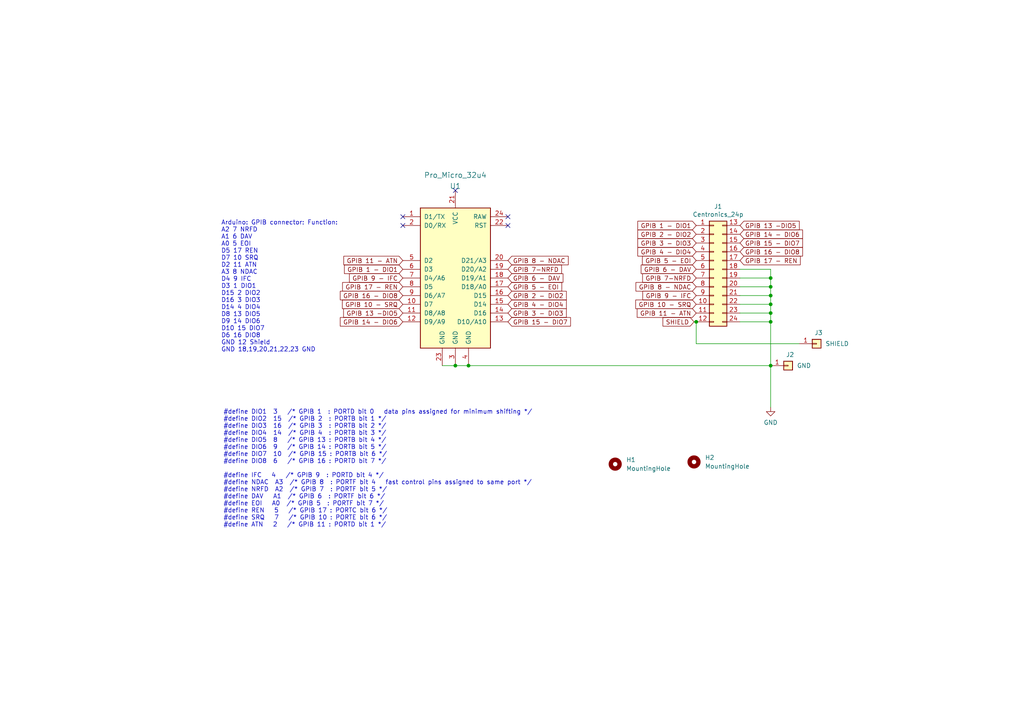
<source format=kicad_sch>
(kicad_sch (version 20211123) (generator eeschema)
  (paper "A4")
  (lib_symbols
    (symbol "Connector_Generic:Conn_01x01" (pin_names (offset 1.016) hide)
      (property "Reference" "J" (at 0 2.54 0))
      (property "Value" "Connector_Generic_Conn_01x01" (at 0 -2.54 0))
      (symbol "Conn_01x01_1_1"
        (rectangle (start -1.27 0.127) (end 0 -0.127) (stroke (width 0.1524)))
        (rectangle (start -1.27 1.27) (end 1.27 -1.27) (stroke (width 0.254)) (fill (type background)))
        (pin passive line (at -5.08 0 0) (length 3.81) (name "Pin_1") (number "1"))
      )
    )
    (symbol "Connector_Generic:Conn_02x12_Top_Bottom" (pin_names (offset 1.016) hide)
      (property "Reference" "J" (at 1.27 15.24 0))
      (property "Value" "Connector_Generic_Conn_02x12_Top_Bottom" (at 1.27 -17.78 0))
      (symbol "Conn_02x12_Top_Bottom_1_1"
        (rectangle (start -1.27 -15.113) (end 0 -15.367) (stroke (width 0.1524)))
        (rectangle (start -1.27 -12.573) (end 0 -12.827) (stroke (width 0.1524)))
        (rectangle (start -1.27 -10.033) (end 0 -10.287) (stroke (width 0.1524)))
        (rectangle (start -1.27 -7.493) (end 0 -7.747) (stroke (width 0.1524)))
        (rectangle (start -1.27 -4.953) (end 0 -5.207) (stroke (width 0.1524)))
        (rectangle (start -1.27 -2.413) (end 0 -2.667) (stroke (width 0.1524)))
        (rectangle (start -1.27 0.127) (end 0 -0.127) (stroke (width 0.1524)))
        (rectangle (start -1.27 2.667) (end 0 2.413) (stroke (width 0.1524)))
        (rectangle (start -1.27 5.207) (end 0 4.953) (stroke (width 0.1524)))
        (rectangle (start -1.27 7.747) (end 0 7.493) (stroke (width 0.1524)))
        (rectangle (start -1.27 10.287) (end 0 10.033) (stroke (width 0.1524)))
        (rectangle (start -1.27 12.827) (end 0 12.573) (stroke (width 0.1524)))
        (rectangle (start -1.27 13.97) (end 3.81 -16.51) (stroke (width 0.254)) (fill (type background)))
        (rectangle (start 3.81 -15.113) (end 2.54 -15.367) (stroke (width 0.1524)))
        (rectangle (start 3.81 -12.573) (end 2.54 -12.827) (stroke (width 0.1524)))
        (rectangle (start 3.81 -10.033) (end 2.54 -10.287) (stroke (width 0.1524)))
        (rectangle (start 3.81 -7.493) (end 2.54 -7.747) (stroke (width 0.1524)))
        (rectangle (start 3.81 -4.953) (end 2.54 -5.207) (stroke (width 0.1524)))
        (rectangle (start 3.81 -2.413) (end 2.54 -2.667) (stroke (width 0.1524)))
        (rectangle (start 3.81 0.127) (end 2.54 -0.127) (stroke (width 0.1524)))
        (rectangle (start 3.81 2.667) (end 2.54 2.413) (stroke (width 0.1524)))
        (rectangle (start 3.81 5.207) (end 2.54 4.953) (stroke (width 0.1524)))
        (rectangle (start 3.81 7.747) (end 2.54 7.493) (stroke (width 0.1524)))
        (rectangle (start 3.81 10.287) (end 2.54 10.033) (stroke (width 0.1524)))
        (rectangle (start 3.81 12.827) (end 2.54 12.573) (stroke (width 0.1524)))
        (pin passive line (at -5.08 12.7 0) (length 3.81) (name "Pin_1") (number "1"))
        (pin passive line (at -5.08 -10.16 0) (length 3.81) (name "Pin_10") (number "10"))
        (pin passive line (at -5.08 -12.7 0) (length 3.81) (name "Pin_11") (number "11"))
        (pin passive line (at -5.08 -15.24 0) (length 3.81) (name "Pin_12") (number "12"))
        (pin passive line (at 7.62 12.7 180) (length 3.81) (name "Pin_13") (number "13"))
        (pin passive line (at 7.62 10.16 180) (length 3.81) (name "Pin_14") (number "14"))
        (pin passive line (at 7.62 7.62 180) (length 3.81) (name "Pin_15") (number "15"))
        (pin passive line (at 7.62 5.08 180) (length 3.81) (name "Pin_16") (number "16"))
        (pin passive line (at 7.62 2.54 180) (length 3.81) (name "Pin_17") (number "17"))
        (pin passive line (at 7.62 0 180) (length 3.81) (name "Pin_18") (number "18"))
        (pin passive line (at 7.62 -2.54 180) (length 3.81) (name "Pin_19") (number "19"))
        (pin passive line (at -5.08 10.16 0) (length 3.81) (name "Pin_2") (number "2"))
        (pin passive line (at 7.62 -5.08 180) (length 3.81) (name "Pin_20") (number "20"))
        (pin passive line (at 7.62 -7.62 180) (length 3.81) (name "Pin_21") (number "21"))
        (pin passive line (at 7.62 -10.16 180) (length 3.81) (name "Pin_22") (number "22"))
        (pin passive line (at 7.62 -12.7 180) (length 3.81) (name "Pin_23") (number "23"))
        (pin passive line (at 7.62 -15.24 180) (length 3.81) (name "Pin_24") (number "24"))
        (pin passive line (at -5.08 7.62 0) (length 3.81) (name "Pin_3") (number "3"))
        (pin passive line (at -5.08 5.08 0) (length 3.81) (name "Pin_4") (number "4"))
        (pin passive line (at -5.08 2.54 0) (length 3.81) (name "Pin_5") (number "5"))
        (pin passive line (at -5.08 0 0) (length 3.81) (name "Pin_6") (number "6"))
        (pin passive line (at -5.08 -2.54 0) (length 3.81) (name "Pin_7") (number "7"))
        (pin passive line (at -5.08 -5.08 0) (length 3.81) (name "Pin_8") (number "8"))
        (pin passive line (at -5.08 -7.62 0) (length 3.81) (name "Pin_9") (number "9"))
      )
    )
    (symbol "Mechanical:MountingHole" (pin_names (offset 1.016))
      (property "Reference" "H" (at 0 5.08 0))
      (property "Value" "MountingHole" (at 0 3.175 0))
      (symbol "MountingHole_0_1"
        (circle (center 0 0) (radius 1.27) (stroke (width 1.27)))
      )
    )
    (symbol "Pro_Micro:Sparkfun_Pro_Micro" (pin_names (offset 1.016))
      (property "Reference" "U" (at -27.94 36.83 0))
      (property "Value" "Sparkfun_Pro_Micro" (at -27.94 33.02 0))
      (symbol "Sparkfun_Pro_Micro_0_1"
        (rectangle (start -10.16 17.78) (end 10.16 -22.86) (stroke (width 0.254)) (fill (type background)))
      )
      (symbol "Sparkfun_Pro_Micro_1_1"
        (pin bidirectional line (at -15.24 15.24 0) (length 5.08) (name "D1/TX") (number "1"))
        (pin bidirectional line (at -15.24 -10.16 0) (length 5.08) (name "D7") (number "10"))
        (pin bidirectional line (at -15.24 -12.7 0) (length 5.08) (name "D8/A8") (number "11"))
        (pin bidirectional line (at -15.24 -15.24 0) (length 5.08) (name "D9/A9") (number "12"))
        (pin bidirectional line (at 15.24 -15.24 180) (length 5.08) (name "D10/A10") (number "13"))
        (pin bidirectional line (at 15.24 -12.7 180) (length 5.08) (name "D16") (number "14"))
        (pin bidirectional line (at 15.24 -10.16 180) (length 5.08) (name "D14") (number "15"))
        (pin bidirectional line (at 15.24 -7.62 180) (length 5.08) (name "D15") (number "16"))
        (pin bidirectional line (at 15.24 -5.08 180) (length 5.08) (name "D18/A0") (number "17"))
        (pin bidirectional line (at 15.24 -2.54 180) (length 5.08) (name "D19/A1") (number "18"))
        (pin bidirectional line (at 15.24 0 180) (length 5.08) (name "D20/A2") (number "19"))
        (pin bidirectional line (at -15.24 12.7 0) (length 5.08) (name "D0/RX") (number "2"))
        (pin bidirectional line (at 15.24 2.54 180) (length 5.08) (name "D21/A3") (number "20"))
        (pin power_in line (at 0 22.86 270) (length 5.08) (name "VCC") (number "21"))
        (pin input line (at 15.24 12.7 180) (length 5.08) (name "RST") (number "22"))
        (pin power_in line (at -3.81 -27.94 90) (length 5.08) (name "GND") (number "23"))
        (pin power_in line (at 15.24 15.24 180) (length 5.08) (name "RAW") (number "24"))
        (pin power_in line (at 0 -27.94 90) (length 5.08) (name "GND") (number "3"))
        (pin power_in line (at 3.81 -27.94 90) (length 5.08) (name "GND") (number "4"))
        (pin bidirectional line (at -15.24 2.54 0) (length 5.08) (name "D2") (number "5"))
        (pin bidirectional line (at -15.24 0 0) (length 5.08) (name "D3") (number "6"))
        (pin bidirectional line (at -15.24 -2.54 0) (length 5.08) (name "D4/A6") (number "7"))
        (pin bidirectional line (at -15.24 -5.08 0) (length 5.08) (name "D5") (number "8"))
        (pin bidirectional line (at -15.24 -7.62 0) (length 5.08) (name "D6/A7") (number "9"))
      )
    )
    (symbol "power:GND" (power) (pin_names (offset 0))
      (property "Value" "GND" (at 0 -3.81 0))
      (symbol "GND_0_1"
        (polyline (pts (xy 0 0) (xy 0 -1.27) (xy 1.27 -1.27) (xy 0 -2.54) (xy -1.27 -1.27) (xy 0 -1.27)))
      )
      (symbol "GND_1_1"
        (pin power_in line (at 0 0 270) (length 0) hide (name "GND") (number "1"))
      )
    )
  )
  (junction (at 223.52 106.045))
  (junction (at 223.52 80.645))
  (junction (at 223.52 93.345))
  (junction (at 132.08 106.045))
  (junction (at 201.93 93.345))
  (junction (at 223.52 83.185))
  (junction (at 223.52 85.725))
  (junction (at 223.52 90.805))
  (junction (at 223.52 88.265))
  (junction (at 135.89 106.045))
  (no_connect (at 116.84 62.865))
  (no_connect (at 116.84 65.405))
  (no_connect (at 147.32 62.865))
  (no_connect (at 147.32 65.405))
  (no_connect (at 132.08 55.245))
  (wire (pts (xy 223.52 90.805) (xy 223.52 93.345)))
  (wire (pts (xy 201.93 93.345) (xy 201.93 99.695)))
  (wire (pts (xy 214.63 88.265) (xy 223.52 88.265)))
  (wire (pts (xy 214.63 80.645) (xy 223.52 80.645)))
  (wire (pts (xy 223.52 85.725) (xy 223.52 83.185)))
  (wire (pts (xy 223.52 80.645) (xy 223.52 78.105)))
  (wire (pts (xy 223.52 78.105) (xy 214.63 78.105)))
  (wire (pts (xy 214.63 85.725) (xy 223.52 85.725)))
  (wire (pts (xy 132.08 106.045) (xy 135.89 106.045)))
  (wire (pts (xy 128.27 106.045) (xy 132.08 106.045)))
  (wire (pts (xy 214.63 83.185) (xy 223.52 83.185)))
  (wire (pts (xy 223.52 93.345) (xy 223.52 106.045)))
  (wire (pts (xy 223.52 83.185) (xy 223.52 80.645)))
  (wire (pts (xy 223.52 90.805) (xy 223.52 88.265)))
  (wire (pts (xy 223.52 88.265) (xy 223.52 85.725)))
  (wire (pts (xy 214.63 90.805) (xy 223.52 90.805)))
  (wire (pts (xy 135.89 106.045) (xy 223.52 106.045)))
  (wire (pts (xy 201.93 93.345) (xy 201.295 93.345)))
  (wire (pts (xy 223.52 118.11) (xy 223.52 106.045)))
  (wire (pts (xy 201.93 99.695) (xy 231.775 99.695)))
  (wire (pts (xy 214.63 93.345) (xy 223.52 93.345)))
  (text "#define DIO1  3   /* GPIB 1  : PORTD bit 0   data pins assigned for minimum shifting */\n#define DIO2  15  /* GPIB 2  : PORTB bit 1 */\n#define DIO3  16  /* GPIB 3  : PORTB bit 2 */\n#define DIO4  14  /* GPIB 4  : PORTB bit 3 */\n#define DIO5  8   /* GPIB 13 : PORTB bit 4 */\n#define DIO6  9   /* GPIB 14 : PORTB bit 5 */\n#define DIO7  10  /* GPIB 15 : PORTB bit 6 */\n#define DIO8  6   /* GPIB 16 : PORTD bit 7 */\n\n#define IFC   4   /* GPIB 9  : PORTD bit 4 */\n#define NDAC  A3  /* GPIB 8  : PORTF bit 4   fast control pins assigned to same port */\n#define NRFD  A2  /* GPIB 7  : PORTF bit 5 */\n#define DAV   A1  /* GPIB 6  : PORTF bit 6 */\n#define EOI   A0  /* GPIB 5  : PORTF bit 7 */\n#define REN   5   /* GPIB 17 : PORTC bit 6 */\n#define SRQ   7   /* GPIB 10 : PORTE bit 6 */\n#define ATN   2   /* GPIB 11 : PORTD bit 1 */" (at 64.77 153.035 0) (effects (font (size 1.27 1.27)) (justify left bottom)))
  (text "Arduino: GPIB connector: Function:\nA2 7 NRFD\nA1 6 DAV\nA0 5 EOI\nD5 17 REN\nD7 10 SRQ\nD2 11 ATN\nA3 8 NDAC\nD4 9 IFC\nD3 1 DIO1\nD15 2 DIO2\nD16 3 DIO3\nD14 4 DIO4\nD8 13 DIO5\nD9 14 DIO6\nD10 15 DIO7\nD6 16 DIO8\nGND 12 Shield\nGND 18,19,20,21,22,23 GND" (at 64.135 102.235 0) (effects (font (size 1.27 1.27)) (justify left bottom)))
  (global_label "GPIB 3 - DIO3" (shape input) (at 201.93 70.485 180) (property "Intersheet References" "${INTERSHEET_REFS}" (effects hide)))
  (global_label "GPIB 9 - IFC" (shape input) (at 116.84 80.645 180) (property "Intersheet References" "${INTERSHEET_REFS}" (effects hide)))
  (global_label "GPIB 7-NRFD" (shape input) (at 201.93 80.645 180) (property "Intersheet References" "${INTERSHEET_REFS}" (effects hide)))
  (global_label "GPIB 4 - DIO4" (shape input) (at 201.93 73.025 180) (property "Intersheet References" "${INTERSHEET_REFS}" (effects hide)))
  (global_label "GPIB 7-NRFD" (shape input) (at 147.32 78.105 0) (property "Intersheet References" "${INTERSHEET_REFS}" (effects hide)))
  (global_label "GPIB 5 - EOI" (shape input) (at 201.93 75.565 180) (property "Intersheet References" "${INTERSHEET_REFS}" (effects hide)))
  (global_label "GPIB 14 - DIO6" (shape input) (at 214.63 67.945 0) (property "Intersheet References" "${INTERSHEET_REFS}" (effects hide)))
  (global_label "GPIB 17 - REN" (shape input) (at 116.84 83.185 180) (property "Intersheet References" "${INTERSHEET_REFS}" (effects hide)))
  (global_label "GPIB 15 - DIO7" (shape input) (at 147.32 93.345 0) (property "Intersheet References" "${INTERSHEET_REFS}" (effects hide)))
  (global_label "GPIB 13 -DIO5" (shape input) (at 214.63 65.405 0) (property "Intersheet References" "${INTERSHEET_REFS}" (effects hide)))
  (global_label "GPIB 10 - SRQ" (shape input) (at 116.84 88.265 180) (property "Intersheet References" "${INTERSHEET_REFS}" (effects hide)))
  (global_label "GPIB 13 -DIO5" (shape input) (at 116.84 90.805 180) (property "Intersheet References" "${INTERSHEET_REFS}" (effects hide)))
  (global_label "GPIB 8 - NDAC" (shape input) (at 147.32 75.565 0) (property "Intersheet References" "${INTERSHEET_REFS}" (effects hide)))
  (global_label "SHIELD" (shape input) (at 201.295 93.345 180) (property "Intersheet References" "${INTERSHEET_REFS}" (effects hide)))
  (global_label "GPIB 11 - ATN" (shape input) (at 116.84 75.565 180) (property "Intersheet References" "${INTERSHEET_REFS}" (effects hide)))
  (global_label "GPIB 2 - DIO2" (shape input) (at 147.32 85.725 0) (property "Intersheet References" "${INTERSHEET_REFS}" (effects hide)))
  (global_label "GPIB 10 - SRQ" (shape input) (at 201.93 88.265 180) (property "Intersheet References" "${INTERSHEET_REFS}" (effects hide)))
  (global_label "GPIB 16 - DIO8" (shape input) (at 116.84 85.725 180) (property "Intersheet References" "${INTERSHEET_REFS}" (effects hide)))
  (global_label "GPIB 15 - DIO7" (shape input) (at 214.63 70.485 0) (property "Intersheet References" "${INTERSHEET_REFS}" (effects hide)))
  (global_label "GPIB 1 - DIO1" (shape input) (at 201.93 65.405 180) (property "Intersheet References" "${INTERSHEET_REFS}" (effects hide)))
  (global_label "GPIB 9 - IFC" (shape input) (at 201.93 85.725 180) (property "Intersheet References" "${INTERSHEET_REFS}" (effects hide)))
  (global_label "GPIB 8 - NDAC" (shape input) (at 201.93 83.185 180) (property "Intersheet References" "${INTERSHEET_REFS}" (effects hide)))
  (global_label "GPIB 4 - DIO4" (shape input) (at 147.32 88.265 0) (property "Intersheet References" "${INTERSHEET_REFS}" (effects hide)))
  (global_label "GPIB 1 - DIO1" (shape input) (at 116.84 78.105 180) (property "Intersheet References" "${INTERSHEET_REFS}" (effects hide)))
  (global_label "GPIB 2 - DIO2" (shape input) (at 201.93 67.945 180) (property "Intersheet References" "${INTERSHEET_REFS}" (effects hide)))
  (global_label "GPIB 14 - DIO6" (shape input) (at 116.84 93.345 180) (property "Intersheet References" "${INTERSHEET_REFS}" (effects hide)))
  (global_label "GPIB 6 - DAV" (shape input) (at 147.32 80.645 0) (property "Intersheet References" "${INTERSHEET_REFS}" (effects hide)))
  (global_label "GPIB 6 - DAV" (shape input) (at 201.93 78.105 180) (property "Intersheet References" "${INTERSHEET_REFS}" (effects hide)))
  (global_label "GPIB 17 - REN" (shape input) (at 214.63 75.565 0) (property "Intersheet References" "${INTERSHEET_REFS}" (effects hide)))
  (global_label "GPIB 16 - DIO8" (shape input) (at 214.63 73.025 0) (property "Intersheet References" "${INTERSHEET_REFS}" (effects hide)))
  (global_label "GPIB 3 - DIO3" (shape input) (at 147.32 90.805 0) (property "Intersheet References" "${INTERSHEET_REFS}" (effects hide)))
  (global_label "GPIB 5 - EOI" (shape input) (at 147.32 83.185 0) (property "Intersheet References" "${INTERSHEET_REFS}" (effects hide)))
  (global_label "GPIB 11 - ATN" (shape input) (at 201.93 90.805 180) (property "Intersheet References" "${INTERSHEET_REFS}" (effects hide)))
  (symbol (lib_id "Mechanical:MountingHole") (at 201.295 133.985 0) (unit 1)
    (property "Reference" "H2" (at 204.47 132.7149 0) (effects (justify left)))
    (property "Value" "MountingHole" (at 204.47 135.2549 0) (effects (justify left)))
    (property "Footprint" "MountingHole:MountingHole_3.2mm_M3_Pad_Via" (effects hide))
  )
  (symbol (lib_id "power:GND") (at 223.52 118.11 0) (unit 1)
    (property "Reference" "#PWR0101" (effects hide))
    (property "Value" "GND" (at 223.52 122.555 0))
  )
  (symbol (lib_id "Connector_Generic:Conn_01x01") (at 228.6 106.045 0) (unit 1)
    (property "Reference" "J2" (at 227.965 102.87 0) (effects (justify left)))
    (property "Value" "GND" (at 231.14 106.045 0) (effects (justify left)))
    (property "Footprint" "Connector_PinHeader_1.00mm:PinHeader_1x01_P1.00mm_Vertical" (effects hide))
  )
  (symbol (lib_id "Pro_Micro:Sparkfun_Pro_Micro") (at 132.08 78.105 0) (unit 1)
    (property "Reference" "U1" (at 132.08 53.975 0) (effects (font (size 1.524 1.524))))
    (property "Value" "Pro_Micro_32u4" (at 132.08 50.8 0) (effects (font (size 1.524 1.524))))
    (property "Footprint" "Arduino:Sparkfun_Pro_Micro" (effects hide))
  )
  (symbol (lib_id "Connector_Generic:Conn_01x01") (at 236.855 99.695 0) (unit 1)
    (property "Reference" "J3" (at 236.22 96.52 0) (effects (justify left)))
    (property "Value" "SHIELD" (at 239.395 99.695 0) (effects (justify left)))
    (property "Footprint" "Connector_PinHeader_1.00mm:PinHeader_1x01_P1.00mm_Vertical" (effects hide))
  )
  (symbol (lib_id "Mechanical:MountingHole") (at 178.435 134.62 0) (unit 1)
    (property "Reference" "H1" (at 181.61 133.3499 0) (effects (justify left)))
    (property "Value" "MountingHole" (at 181.61 135.8899 0) (effects (justify left)))
    (property "Footprint" "MountingHole:MountingHole_3.2mm_M3_Pad_Via" (effects hide))
  )
  (symbol (lib_id "Connector_Generic:Conn_02x12_Top_Bottom") (at 207.01 78.105 0) (unit 1)
    (property "Reference" "J1" (at 208.28 59.8932 0))
    (property "Value" "Centronics_24p" (at 208.28 62.2046 0))
    (property "Footprint" "hpib:Centronics24p" (effects hide))
  )
)
</source>
